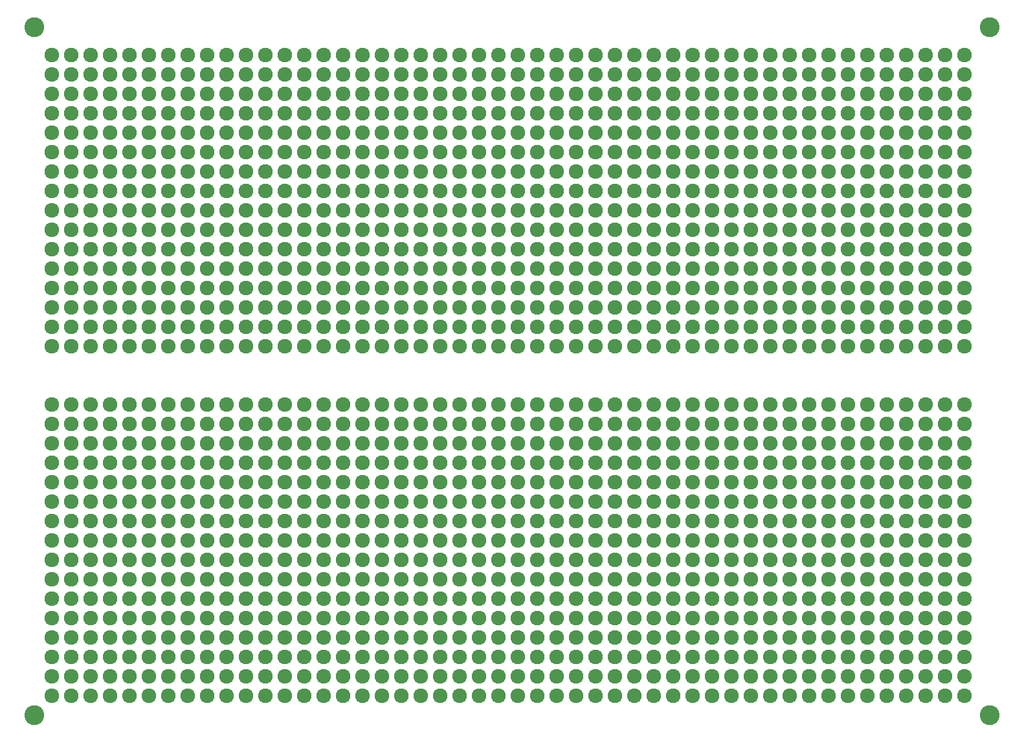
<source format=gbr>
%TF.GenerationSoftware,KiCad,Pcbnew,9.0.1*%
%TF.CreationDate,2025-05-06T23:53:55-04:00*%
%TF.ProjectId,KiCad_Stripboard,4b694361-645f-4537-9472-6970626f6172,rev?*%
%TF.SameCoordinates,Original*%
%TF.FileFunction,Soldermask,Bot*%
%TF.FilePolarity,Negative*%
%FSLAX46Y46*%
G04 Gerber Fmt 4.6, Leading zero omitted, Abs format (unit mm)*
G04 Created by KiCad (PCBNEW 9.0.1) date 2025-05-06 23:53:55*
%MOMM*%
%LPD*%
G01*
G04 APERTURE LIST*
%ADD10C,2.600000*%
%ADD11C,1.924000*%
G04 APERTURE END LIST*
D10*
%TO.C,REF\u002A\u002A*%
X201000000Y-139870000D03*
%TD*%
%TO.C,REF\u002A\u002A*%
X201000000Y-49870000D03*
%TD*%
%TO.C,REF\u002A\u002A*%
X76000000Y-139870000D03*
%TD*%
%TO.C,REF\u002A\u002A*%
X76000000Y-49870000D03*
%TD*%
D11*
X141825000Y-86470000D03*
X88485000Y-134730000D03*
X185005000Y-89010000D03*
X174845000Y-63610000D03*
X129125000Y-53450000D03*
X85945000Y-76310000D03*
X98645000Y-53450000D03*
X96105000Y-109330000D03*
X98645000Y-78850000D03*
X124045000Y-129650000D03*
X91025000Y-91550000D03*
X126585000Y-61070000D03*
X85945000Y-109330000D03*
X98645000Y-137270000D03*
X182465000Y-106790000D03*
X192625000Y-76310000D03*
X179925000Y-104250000D03*
X159605000Y-114410000D03*
X124045000Y-116950000D03*
X96105000Y-119490000D03*
X149445000Y-58530000D03*
X139285000Y-104250000D03*
X136745000Y-104250000D03*
X162145000Y-116950000D03*
X174845000Y-78850000D03*
X162145000Y-99170000D03*
X78325000Y-104250000D03*
X131665000Y-119490000D03*
X80865000Y-114410000D03*
X157065000Y-137270000D03*
X91025000Y-61070000D03*
X85945000Y-114410000D03*
X93565000Y-106790000D03*
X108805000Y-127110000D03*
X190085000Y-81390000D03*
X118965000Y-81390000D03*
X159605000Y-81390000D03*
X83405000Y-116950000D03*
X96105000Y-81390000D03*
X185005000Y-109330000D03*
X131665000Y-63610000D03*
X190085000Y-91550000D03*
X101185000Y-119490000D03*
X85945000Y-116950000D03*
X98645000Y-68690000D03*
X101185000Y-116950000D03*
X85945000Y-129650000D03*
X157065000Y-114410000D03*
X108805000Y-89010000D03*
X167225000Y-76310000D03*
X154525000Y-66150000D03*
X177385000Y-78850000D03*
X182465000Y-137270000D03*
X174845000Y-99170000D03*
X96105000Y-63610000D03*
X197705000Y-71230000D03*
X192625000Y-68690000D03*
X101185000Y-55990000D03*
X98645000Y-83930000D03*
X185005000Y-124570000D03*
X179925000Y-76310000D03*
X103725000Y-104250000D03*
X131665000Y-104250000D03*
X187545000Y-122030000D03*
X113885000Y-116950000D03*
X80865000Y-111870000D03*
X157065000Y-89010000D03*
X144365000Y-73770000D03*
X182465000Y-78850000D03*
X129125000Y-129650000D03*
X111345000Y-55990000D03*
X174845000Y-73770000D03*
X124045000Y-124570000D03*
X78325000Y-58530000D03*
X195165000Y-109330000D03*
X162145000Y-71230000D03*
X98645000Y-122030000D03*
X177385000Y-91550000D03*
X129125000Y-137270000D03*
X88485000Y-137270000D03*
X101185000Y-91550000D03*
X121505000Y-63610000D03*
X93565000Y-109330000D03*
X88485000Y-104250000D03*
X164685000Y-129650000D03*
X96105000Y-58530000D03*
X88485000Y-101710000D03*
X101185000Y-61070000D03*
X106265000Y-91550000D03*
X121505000Y-124570000D03*
X93565000Y-68690000D03*
X139285000Y-61070000D03*
X108805000Y-104250000D03*
X116425000Y-76310000D03*
X197705000Y-58530000D03*
X124045000Y-134730000D03*
X151985000Y-132190000D03*
X154525000Y-106790000D03*
X154525000Y-132190000D03*
X136745000Y-73770000D03*
X126585000Y-127110000D03*
X179925000Y-129650000D03*
X167225000Y-63610000D03*
X190085000Y-63610000D03*
X144365000Y-58530000D03*
X151985000Y-109330000D03*
X118965000Y-134730000D03*
X172305000Y-53450000D03*
X80865000Y-134730000D03*
X91025000Y-116950000D03*
X78325000Y-116950000D03*
X192625000Y-83930000D03*
X167225000Y-53450000D03*
X113885000Y-76310000D03*
X134205000Y-137270000D03*
X88485000Y-129650000D03*
X179925000Y-73770000D03*
X146905000Y-111870000D03*
X157065000Y-104250000D03*
X192625000Y-66150000D03*
X129125000Y-132190000D03*
X149445000Y-81390000D03*
X157065000Y-116950000D03*
X151985000Y-63610000D03*
X197705000Y-86470000D03*
X141825000Y-122030000D03*
X139285000Y-91550000D03*
X141825000Y-109330000D03*
X80865000Y-78850000D03*
X101185000Y-109330000D03*
X154525000Y-91550000D03*
X139285000Y-116950000D03*
X113885000Y-73770000D03*
X139285000Y-109330000D03*
X106265000Y-127110000D03*
X146905000Y-81390000D03*
X154525000Y-134730000D03*
X136745000Y-129650000D03*
X88485000Y-58530000D03*
X80865000Y-101710000D03*
X169765000Y-78850000D03*
X108805000Y-129650000D03*
X179925000Y-116950000D03*
X96105000Y-111870000D03*
X146905000Y-129650000D03*
X146905000Y-134730000D03*
X146905000Y-68690000D03*
X126585000Y-122030000D03*
X144365000Y-111870000D03*
X116425000Y-137270000D03*
X174845000Y-104250000D03*
X144365000Y-83930000D03*
X144365000Y-119490000D03*
X103725000Y-63610000D03*
X195165000Y-132190000D03*
X113885000Y-78850000D03*
X101185000Y-86470000D03*
X162145000Y-134730000D03*
X80865000Y-127110000D03*
X111345000Y-53450000D03*
X85945000Y-66150000D03*
X144365000Y-55990000D03*
X179925000Y-66150000D03*
X167225000Y-101710000D03*
X159605000Y-63610000D03*
X185005000Y-104250000D03*
X157065000Y-66150000D03*
X139285000Y-101710000D03*
X149445000Y-55990000D03*
X162145000Y-127110000D03*
X103725000Y-114410000D03*
X85945000Y-83930000D03*
X134205000Y-129650000D03*
X182465000Y-66150000D03*
X98645000Y-66150000D03*
X131665000Y-83930000D03*
X106265000Y-99170000D03*
X195165000Y-91550000D03*
X177385000Y-76310000D03*
X164685000Y-71230000D03*
X103725000Y-124570000D03*
X144365000Y-137270000D03*
X111345000Y-89010000D03*
X195165000Y-137270000D03*
X185005000Y-127110000D03*
X185005000Y-116950000D03*
X139285000Y-127110000D03*
X187545000Y-104250000D03*
X98645000Y-71230000D03*
X151985000Y-106790000D03*
X159605000Y-89010000D03*
X83405000Y-104250000D03*
X124045000Y-55990000D03*
X167225000Y-109330000D03*
X111345000Y-61070000D03*
X126585000Y-91550000D03*
X116425000Y-73770000D03*
X83405000Y-129650000D03*
X164685000Y-91550000D03*
X126585000Y-129650000D03*
X124045000Y-119490000D03*
X83405000Y-119490000D03*
X195165000Y-66150000D03*
X172305000Y-61070000D03*
X179925000Y-58530000D03*
X101185000Y-106790000D03*
X111345000Y-78850000D03*
X149445000Y-132190000D03*
X190085000Y-111870000D03*
X187545000Y-71230000D03*
X154525000Y-63610000D03*
X159605000Y-76310000D03*
X149445000Y-89010000D03*
X149445000Y-124570000D03*
X174845000Y-71230000D03*
X96105000Y-124570000D03*
X113885000Y-134730000D03*
X103725000Y-109330000D03*
X177385000Y-63610000D03*
X126585000Y-71230000D03*
X78325000Y-81390000D03*
X88485000Y-83930000D03*
X85945000Y-68690000D03*
X187545000Y-53450000D03*
X108805000Y-83930000D03*
X164685000Y-55990000D03*
X108805000Y-137270000D03*
X88485000Y-127110000D03*
X197705000Y-119490000D03*
X118965000Y-66150000D03*
X146905000Y-109330000D03*
X192625000Y-91550000D03*
X91025000Y-78850000D03*
X101185000Y-89010000D03*
X108805000Y-55990000D03*
X149445000Y-106790000D03*
X131665000Y-68690000D03*
X98645000Y-114410000D03*
X141825000Y-99170000D03*
X144365000Y-106790000D03*
X177385000Y-89010000D03*
X157065000Y-53450000D03*
X136745000Y-122030000D03*
X159605000Y-61070000D03*
X195165000Y-89010000D03*
X139285000Y-134730000D03*
X154525000Y-73770000D03*
X179925000Y-137270000D03*
X169765000Y-86470000D03*
X93565000Y-116950000D03*
X121505000Y-91550000D03*
X80865000Y-58530000D03*
X162145000Y-122030000D03*
X134205000Y-73770000D03*
X182465000Y-127110000D03*
X172305000Y-104250000D03*
X192625000Y-78850000D03*
X187545000Y-86470000D03*
X187545000Y-73770000D03*
X164685000Y-73770000D03*
X164685000Y-134730000D03*
X88485000Y-63610000D03*
X174845000Y-134730000D03*
X172305000Y-76310000D03*
X116425000Y-99170000D03*
X106265000Y-119490000D03*
X190085000Y-134730000D03*
X103725000Y-132190000D03*
X126585000Y-101710000D03*
X151985000Y-114410000D03*
X149445000Y-91550000D03*
X157065000Y-132190000D03*
X118965000Y-124570000D03*
X85945000Y-111870000D03*
X93565000Y-134730000D03*
X149445000Y-129650000D03*
X103725000Y-137270000D03*
X159605000Y-86470000D03*
X108805000Y-58530000D03*
X159605000Y-124570000D03*
X169765000Y-68690000D03*
X96105000Y-76310000D03*
X98645000Y-104250000D03*
X190085000Y-101710000D03*
X167225000Y-68690000D03*
X162145000Y-104250000D03*
X118965000Y-116950000D03*
X126585000Y-66150000D03*
X124045000Y-114410000D03*
X167225000Y-61070000D03*
X195165000Y-134730000D03*
X121505000Y-66150000D03*
X131665000Y-99170000D03*
X197705000Y-124570000D03*
X187545000Y-78850000D03*
X174845000Y-61070000D03*
X80865000Y-86470000D03*
X134205000Y-111870000D03*
X164685000Y-61070000D03*
X93565000Y-86470000D03*
X101185000Y-132190000D03*
X111345000Y-124570000D03*
X134205000Y-101710000D03*
X96105000Y-134730000D03*
X187545000Y-119490000D03*
X172305000Y-63610000D03*
X192625000Y-71230000D03*
X144365000Y-104250000D03*
X124045000Y-68690000D03*
X149445000Y-86470000D03*
X83405000Y-63610000D03*
X169765000Y-106790000D03*
X88485000Y-89010000D03*
X101185000Y-73770000D03*
X111345000Y-58530000D03*
X139285000Y-73770000D03*
X167225000Y-91550000D03*
X154525000Y-61070000D03*
X154525000Y-71230000D03*
X172305000Y-106790000D03*
X177385000Y-106790000D03*
X121505000Y-129650000D03*
X169765000Y-58530000D03*
X96105000Y-73770000D03*
X78325000Y-134730000D03*
X134205000Y-127110000D03*
X139285000Y-71230000D03*
X121505000Y-137270000D03*
X185005000Y-68690000D03*
X146905000Y-78850000D03*
X149445000Y-116950000D03*
X118965000Y-68690000D03*
X101185000Y-78850000D03*
X182465000Y-114410000D03*
X157065000Y-127110000D03*
X185005000Y-119490000D03*
X126585000Y-114410000D03*
X146905000Y-73770000D03*
X144365000Y-78850000D03*
X195165000Y-122030000D03*
X116425000Y-134730000D03*
X162145000Y-106790000D03*
X83405000Y-55990000D03*
X96105000Y-66150000D03*
X195165000Y-76310000D03*
X182465000Y-134730000D03*
X174845000Y-109330000D03*
X185005000Y-101710000D03*
X118965000Y-106790000D03*
X131665000Y-55990000D03*
X162145000Y-76310000D03*
X91025000Y-68690000D03*
X187545000Y-63610000D03*
X169765000Y-116950000D03*
X96105000Y-127110000D03*
X164685000Y-109330000D03*
X108805000Y-91550000D03*
X80865000Y-53450000D03*
X187545000Y-132190000D03*
X164685000Y-116950000D03*
X164685000Y-58530000D03*
X182465000Y-55990000D03*
X121505000Y-86470000D03*
X144365000Y-53450000D03*
X190085000Y-66150000D03*
X111345000Y-86470000D03*
X116425000Y-114410000D03*
X131665000Y-122030000D03*
X141825000Y-129650000D03*
X93565000Y-73770000D03*
X111345000Y-109330000D03*
X139285000Y-81390000D03*
X139285000Y-68690000D03*
X111345000Y-68690000D03*
X185005000Y-122030000D03*
X169765000Y-127110000D03*
X185005000Y-76310000D03*
X162145000Y-63610000D03*
X167225000Y-111870000D03*
X118965000Y-129650000D03*
X103725000Y-76310000D03*
X182465000Y-61070000D03*
X154525000Y-104250000D03*
X136745000Y-76310000D03*
X187545000Y-114410000D03*
X174845000Y-101710000D03*
X118965000Y-99170000D03*
X164685000Y-76310000D03*
X162145000Y-101710000D03*
X157065000Y-63610000D03*
X91025000Y-104250000D03*
X197705000Y-114410000D03*
X101185000Y-99170000D03*
X80865000Y-137270000D03*
X103725000Y-91550000D03*
X139285000Y-99170000D03*
X91025000Y-137270000D03*
X111345000Y-99170000D03*
X124045000Y-71230000D03*
X80865000Y-109330000D03*
X80865000Y-116950000D03*
X164685000Y-83930000D03*
X192625000Y-116950000D03*
X124045000Y-81390000D03*
X195165000Y-116950000D03*
X124045000Y-58530000D03*
X103725000Y-101710000D03*
X91025000Y-119490000D03*
X164685000Y-68690000D03*
X169765000Y-134730000D03*
X159605000Y-111870000D03*
X83405000Y-122030000D03*
X144365000Y-132190000D03*
X182465000Y-86470000D03*
X144365000Y-91550000D03*
X113885000Y-109330000D03*
X103725000Y-58530000D03*
X101185000Y-104250000D03*
X159605000Y-106790000D03*
X139285000Y-119490000D03*
X124045000Y-78850000D03*
X151985000Y-134730000D03*
X169765000Y-89010000D03*
X136745000Y-111870000D03*
X116425000Y-55990000D03*
X129125000Y-63610000D03*
X126585000Y-68690000D03*
X101185000Y-129650000D03*
X179925000Y-81390000D03*
X106265000Y-61070000D03*
X164685000Y-78850000D03*
X157065000Y-58530000D03*
X83405000Y-89010000D03*
X169765000Y-71230000D03*
X96105000Y-83930000D03*
X78325000Y-78850000D03*
X116425000Y-78850000D03*
X106265000Y-111870000D03*
X129125000Y-83930000D03*
X121505000Y-119490000D03*
X149445000Y-109330000D03*
X182465000Y-89010000D03*
X141825000Y-134730000D03*
X91025000Y-99170000D03*
X157065000Y-124570000D03*
X131665000Y-134730000D03*
X96105000Y-137270000D03*
X195165000Y-114410000D03*
X162145000Y-68690000D03*
X118965000Y-111870000D03*
X172305000Y-129650000D03*
X172305000Y-119490000D03*
X129125000Y-124570000D03*
X85945000Y-124570000D03*
X187545000Y-99170000D03*
X111345000Y-81390000D03*
X78325000Y-137270000D03*
X141825000Y-137270000D03*
X85945000Y-53450000D03*
X88485000Y-111870000D03*
X126585000Y-78850000D03*
X174845000Y-81390000D03*
X167225000Y-58530000D03*
X80865000Y-81390000D03*
X172305000Y-55990000D03*
X113885000Y-132190000D03*
X83405000Y-114410000D03*
X116425000Y-89010000D03*
X169765000Y-137270000D03*
X164685000Y-132190000D03*
X159605000Y-132190000D03*
X187545000Y-129650000D03*
X121505000Y-132190000D03*
X118965000Y-73770000D03*
X157065000Y-83930000D03*
X78325000Y-53450000D03*
X179925000Y-86470000D03*
X177385000Y-53450000D03*
X146905000Y-99170000D03*
X126585000Y-58530000D03*
X159605000Y-104250000D03*
X134205000Y-89010000D03*
X167225000Y-83930000D03*
X159605000Y-91550000D03*
X195165000Y-104250000D03*
X190085000Y-122030000D03*
X149445000Y-63610000D03*
X190085000Y-114410000D03*
X185005000Y-73770000D03*
X174845000Y-132190000D03*
X157065000Y-106790000D03*
X108805000Y-71230000D03*
X93565000Y-53450000D03*
X101185000Y-101710000D03*
X93565000Y-129650000D03*
X78325000Y-76310000D03*
X151985000Y-66150000D03*
X126585000Y-99170000D03*
X93565000Y-127110000D03*
X197705000Y-78850000D03*
X126585000Y-104250000D03*
X96105000Y-106790000D03*
X187545000Y-127110000D03*
X93565000Y-71230000D03*
X187545000Y-101710000D03*
X179925000Y-53450000D03*
X159605000Y-68690000D03*
X118965000Y-122030000D03*
X101185000Y-58530000D03*
X179925000Y-124570000D03*
X169765000Y-55990000D03*
X146905000Y-124570000D03*
X169765000Y-61070000D03*
X141825000Y-83930000D03*
X78325000Y-73770000D03*
X101185000Y-127110000D03*
X185005000Y-58530000D03*
X151985000Y-68690000D03*
X162145000Y-119490000D03*
X91025000Y-129650000D03*
X126585000Y-89010000D03*
X118965000Y-71230000D03*
X88485000Y-106790000D03*
X177385000Y-132190000D03*
X172305000Y-134730000D03*
X177385000Y-122030000D03*
X93565000Y-55990000D03*
X139285000Y-122030000D03*
X111345000Y-129650000D03*
X91025000Y-89010000D03*
X134205000Y-86470000D03*
X98645000Y-99170000D03*
X85945000Y-63610000D03*
X195165000Y-61070000D03*
X149445000Y-127110000D03*
X149445000Y-114410000D03*
X116425000Y-63610000D03*
X149445000Y-134730000D03*
X101185000Y-137270000D03*
X131665000Y-124570000D03*
X167225000Y-55990000D03*
X190085000Y-129650000D03*
X106265000Y-124570000D03*
X174845000Y-53450000D03*
X126585000Y-106790000D03*
X96105000Y-78850000D03*
X121505000Y-106790000D03*
X157065000Y-71230000D03*
X167225000Y-127110000D03*
X106265000Y-137270000D03*
X172305000Y-101710000D03*
X197705000Y-76310000D03*
X101185000Y-66150000D03*
X80865000Y-119490000D03*
X159605000Y-101710000D03*
X141825000Y-101710000D03*
X121505000Y-101710000D03*
X113885000Y-114410000D03*
X131665000Y-71230000D03*
X144365000Y-122030000D03*
X164685000Y-106790000D03*
X179925000Y-78850000D03*
X141825000Y-104250000D03*
X151985000Y-89010000D03*
X172305000Y-83930000D03*
X195165000Y-63610000D03*
X192625000Y-137270000D03*
X164685000Y-63610000D03*
X149445000Y-83930000D03*
X78325000Y-66150000D03*
X80865000Y-63610000D03*
X172305000Y-78850000D03*
X151985000Y-127110000D03*
X80865000Y-122030000D03*
X169765000Y-66150000D03*
X192625000Y-124570000D03*
X177385000Y-111870000D03*
X85945000Y-55990000D03*
X146905000Y-104250000D03*
X190085000Y-73770000D03*
X182465000Y-119490000D03*
X185005000Y-81390000D03*
X129125000Y-58530000D03*
X113885000Y-119490000D03*
X78325000Y-124570000D03*
X124045000Y-106790000D03*
X154525000Y-55990000D03*
X192625000Y-81390000D03*
X157065000Y-119490000D03*
X179925000Y-119490000D03*
X136745000Y-134730000D03*
X167225000Y-86470000D03*
X91025000Y-106790000D03*
X164685000Y-89010000D03*
X88485000Y-68690000D03*
X118965000Y-86470000D03*
X141825000Y-55990000D03*
X83405000Y-111870000D03*
X144365000Y-89010000D03*
X185005000Y-55990000D03*
X149445000Y-104250000D03*
X164685000Y-104250000D03*
X151985000Y-137270000D03*
X131665000Y-101710000D03*
X177385000Y-83930000D03*
X197705000Y-129650000D03*
X141825000Y-58530000D03*
X141825000Y-127110000D03*
X108805000Y-109330000D03*
X80865000Y-89010000D03*
X136745000Y-63610000D03*
X91025000Y-132190000D03*
X134205000Y-99170000D03*
X103725000Y-116950000D03*
X174845000Y-116950000D03*
X177385000Y-104250000D03*
X139285000Y-76310000D03*
X167225000Y-124570000D03*
X179925000Y-89010000D03*
X98645000Y-129650000D03*
X124045000Y-61070000D03*
X182465000Y-104250000D03*
X144365000Y-134730000D03*
X182465000Y-63610000D03*
X167225000Y-114410000D03*
X174845000Y-111870000D03*
X197705000Y-134730000D03*
X124045000Y-101710000D03*
X129125000Y-89010000D03*
X157065000Y-91550000D03*
X111345000Y-134730000D03*
X98645000Y-86470000D03*
X103725000Y-71230000D03*
X101185000Y-122030000D03*
X139285000Y-124570000D03*
X172305000Y-132190000D03*
X179925000Y-122030000D03*
X113885000Y-106790000D03*
X197705000Y-104250000D03*
X167225000Y-78850000D03*
X108805000Y-86470000D03*
X162145000Y-61070000D03*
X85945000Y-89010000D03*
X159605000Y-134730000D03*
X83405000Y-91550000D03*
X177385000Y-134730000D03*
X113885000Y-137270000D03*
X134205000Y-55990000D03*
X93565000Y-83930000D03*
X151985000Y-104250000D03*
X129125000Y-101710000D03*
X164685000Y-66150000D03*
X182465000Y-81390000D03*
X136745000Y-99170000D03*
X182465000Y-53450000D03*
X80865000Y-132190000D03*
X192625000Y-58530000D03*
X190085000Y-99170000D03*
X134205000Y-122030000D03*
X126585000Y-81390000D03*
X108805000Y-63610000D03*
X154525000Y-89010000D03*
X91025000Y-73770000D03*
X187545000Y-109330000D03*
X172305000Y-89010000D03*
X113885000Y-127110000D03*
X121505000Y-76310000D03*
X144365000Y-68690000D03*
X169765000Y-111870000D03*
X118965000Y-78850000D03*
X88485000Y-99170000D03*
X121505000Y-78850000D03*
X131665000Y-73770000D03*
X103725000Y-127110000D03*
X103725000Y-55990000D03*
X131665000Y-132190000D03*
X101185000Y-124570000D03*
X88485000Y-124570000D03*
X162145000Y-129650000D03*
X134205000Y-61070000D03*
X192625000Y-129650000D03*
X172305000Y-116950000D03*
X136745000Y-78850000D03*
X157065000Y-55990000D03*
X185005000Y-86470000D03*
X197705000Y-73770000D03*
X162145000Y-81390000D03*
X88485000Y-53450000D03*
X141825000Y-78850000D03*
X134205000Y-63610000D03*
X106265000Y-106790000D03*
X116425000Y-124570000D03*
X151985000Y-99170000D03*
X98645000Y-124570000D03*
X116425000Y-122030000D03*
X103725000Y-73770000D03*
X144365000Y-71230000D03*
X182465000Y-83930000D03*
X162145000Y-53450000D03*
X126585000Y-83930000D03*
X139285000Y-137270000D03*
X195165000Y-86470000D03*
X116425000Y-53450000D03*
X146905000Y-122030000D03*
X126585000Y-116950000D03*
X174845000Y-89010000D03*
X91025000Y-124570000D03*
X121505000Y-99170000D03*
X134205000Y-71230000D03*
X141825000Y-76310000D03*
X124045000Y-86470000D03*
X167225000Y-81390000D03*
X106265000Y-68690000D03*
X172305000Y-73770000D03*
X78325000Y-86470000D03*
X85945000Y-58530000D03*
X83405000Y-58530000D03*
X91025000Y-76310000D03*
X192625000Y-73770000D03*
X98645000Y-76310000D03*
X190085000Y-78850000D03*
X106265000Y-71230000D03*
X98645000Y-73770000D03*
X182465000Y-91550000D03*
X78325000Y-127110000D03*
X136745000Y-101710000D03*
X113885000Y-66150000D03*
X139285000Y-106790000D03*
X124045000Y-99170000D03*
X190085000Y-89010000D03*
X88485000Y-116950000D03*
X106265000Y-53450000D03*
X78325000Y-129650000D03*
X151985000Y-81390000D03*
X129125000Y-81390000D03*
X146905000Y-63610000D03*
X149445000Y-71230000D03*
X78325000Y-99170000D03*
X139285000Y-129650000D03*
X169765000Y-119490000D03*
X124045000Y-109330000D03*
X172305000Y-91550000D03*
X192625000Y-132190000D03*
X116425000Y-127110000D03*
X129125000Y-73770000D03*
X116425000Y-71230000D03*
X136745000Y-66150000D03*
X144365000Y-99170000D03*
X141825000Y-91550000D03*
X136745000Y-106790000D03*
X124045000Y-127110000D03*
X151985000Y-55990000D03*
X118965000Y-91550000D03*
X197705000Y-116950000D03*
X106265000Y-55990000D03*
X108805000Y-61070000D03*
X151985000Y-122030000D03*
X80865000Y-71230000D03*
X190085000Y-71230000D03*
X177385000Y-73770000D03*
X197705000Y-99170000D03*
X197705000Y-132190000D03*
X177385000Y-116950000D03*
X129125000Y-55990000D03*
X146905000Y-55990000D03*
X80865000Y-99170000D03*
X167225000Y-104250000D03*
X106265000Y-58530000D03*
X179925000Y-63610000D03*
X116425000Y-116950000D03*
X154525000Y-127110000D03*
X192625000Y-111870000D03*
X126585000Y-134730000D03*
X146905000Y-53450000D03*
X144365000Y-109330000D03*
X167225000Y-73770000D03*
X88485000Y-76310000D03*
X83405000Y-86470000D03*
X103725000Y-89010000D03*
X136745000Y-89010000D03*
X93565000Y-114410000D03*
X162145000Y-114410000D03*
X154525000Y-129650000D03*
X131665000Y-111870000D03*
X190085000Y-127110000D03*
X106265000Y-122030000D03*
X174845000Y-124570000D03*
X103725000Y-119490000D03*
X131665000Y-91550000D03*
X134205000Y-81390000D03*
X118965000Y-101710000D03*
X185005000Y-83930000D03*
X85945000Y-71230000D03*
X78325000Y-122030000D03*
X185005000Y-106790000D03*
X179925000Y-132190000D03*
X159605000Y-137270000D03*
X129125000Y-61070000D03*
X169765000Y-73770000D03*
X136745000Y-109330000D03*
X106265000Y-73770000D03*
X98645000Y-63610000D03*
X141825000Y-132190000D03*
X174845000Y-66150000D03*
X195165000Y-127110000D03*
X83405000Y-83930000D03*
X103725000Y-122030000D03*
X151985000Y-86470000D03*
X154525000Y-53450000D03*
X190085000Y-106790000D03*
X146905000Y-76310000D03*
X167225000Y-134730000D03*
X157065000Y-101710000D03*
X136745000Y-137270000D03*
X187545000Y-137270000D03*
X134205000Y-106790000D03*
X177385000Y-99170000D03*
X172305000Y-86470000D03*
X131665000Y-61070000D03*
X159605000Y-66150000D03*
X136745000Y-71230000D03*
X136745000Y-58530000D03*
X116425000Y-81390000D03*
X116425000Y-91550000D03*
X182465000Y-132190000D03*
X159605000Y-109330000D03*
X177385000Y-127110000D03*
X113885000Y-81390000D03*
X98645000Y-134730000D03*
X146905000Y-61070000D03*
X157065000Y-122030000D03*
X113885000Y-129650000D03*
X93565000Y-104250000D03*
X174845000Y-106790000D03*
X91025000Y-114410000D03*
X83405000Y-124570000D03*
X151985000Y-76310000D03*
X185005000Y-78850000D03*
X169765000Y-76310000D03*
X116425000Y-129650000D03*
X185005000Y-66150000D03*
X108805000Y-68690000D03*
X113885000Y-124570000D03*
X78325000Y-61070000D03*
X154525000Y-116950000D03*
X139285000Y-132190000D03*
X106265000Y-134730000D03*
X96105000Y-89010000D03*
X154525000Y-101710000D03*
X197705000Y-61070000D03*
X187545000Y-134730000D03*
X185005000Y-134730000D03*
X144365000Y-127110000D03*
X192625000Y-134730000D03*
X179925000Y-114410000D03*
X96105000Y-55990000D03*
X131665000Y-129650000D03*
X108805000Y-124570000D03*
X91025000Y-53450000D03*
X141825000Y-53450000D03*
X124045000Y-111870000D03*
X121505000Y-127110000D03*
X131665000Y-86470000D03*
X134205000Y-109330000D03*
X154525000Y-122030000D03*
X106265000Y-101710000D03*
X96105000Y-68690000D03*
X108805000Y-73770000D03*
X179925000Y-99170000D03*
X85945000Y-127110000D03*
X113885000Y-68690000D03*
X146905000Y-91550000D03*
X83405000Y-78850000D03*
X169765000Y-83930000D03*
X116425000Y-86470000D03*
X177385000Y-61070000D03*
X197705000Y-89010000D03*
X185005000Y-129650000D03*
X197705000Y-101710000D03*
X185005000Y-137270000D03*
X121505000Y-116950000D03*
X195165000Y-99170000D03*
X118965000Y-83930000D03*
X116425000Y-61070000D03*
X131665000Y-106790000D03*
X192625000Y-106790000D03*
X93565000Y-124570000D03*
X129125000Y-116950000D03*
X149445000Y-122030000D03*
X96105000Y-114410000D03*
X190085000Y-116950000D03*
X149445000Y-101710000D03*
X149445000Y-68690000D03*
X129125000Y-78850000D03*
X103725000Y-61070000D03*
X88485000Y-132190000D03*
X116425000Y-101710000D03*
X197705000Y-68690000D03*
X118965000Y-76310000D03*
X78325000Y-71230000D03*
X121505000Y-109330000D03*
X159605000Y-83930000D03*
X157065000Y-81390000D03*
X187545000Y-58530000D03*
X116425000Y-68690000D03*
X192625000Y-55990000D03*
X126585000Y-86470000D03*
X174845000Y-55990000D03*
X185005000Y-111870000D03*
X106265000Y-63610000D03*
X136745000Y-119490000D03*
X144365000Y-81390000D03*
X98645000Y-101710000D03*
X179925000Y-61070000D03*
X88485000Y-66150000D03*
X141825000Y-68690000D03*
X93565000Y-122030000D03*
X111345000Y-114410000D03*
X136745000Y-91550000D03*
X116425000Y-109330000D03*
X124045000Y-76310000D03*
X101185000Y-134730000D03*
X187545000Y-68690000D03*
X121505000Y-58530000D03*
X151985000Y-61070000D03*
X151985000Y-73770000D03*
X141825000Y-66150000D03*
X85945000Y-104250000D03*
X126585000Y-124570000D03*
X126585000Y-76310000D03*
X96105000Y-116950000D03*
X131665000Y-127110000D03*
X182465000Y-101710000D03*
X83405000Y-134730000D03*
X98645000Y-61070000D03*
X169765000Y-53450000D03*
X88485000Y-78850000D03*
X192625000Y-101710000D03*
X80865000Y-91550000D03*
X134205000Y-53450000D03*
X98645000Y-109330000D03*
X108805000Y-106790000D03*
X144365000Y-76310000D03*
X187545000Y-111870000D03*
X131665000Y-53450000D03*
X124045000Y-63610000D03*
X106265000Y-76310000D03*
X162145000Y-132190000D03*
X113885000Y-89010000D03*
X190085000Y-83930000D03*
X78325000Y-83930000D03*
X96105000Y-129650000D03*
X174845000Y-86470000D03*
X151985000Y-129650000D03*
X85945000Y-91550000D03*
X91025000Y-111870000D03*
X93565000Y-61070000D03*
X159605000Y-129650000D03*
X179925000Y-109330000D03*
X179925000Y-83930000D03*
X83405000Y-81390000D03*
X195165000Y-111870000D03*
X78325000Y-101710000D03*
X101185000Y-53450000D03*
X106265000Y-132190000D03*
X157065000Y-86470000D03*
X139285000Y-66150000D03*
X197705000Y-122030000D03*
X185005000Y-114410000D03*
X134205000Y-58530000D03*
X118965000Y-89010000D03*
X78325000Y-109330000D03*
X111345000Y-76310000D03*
X182465000Y-129650000D03*
X162145000Y-124570000D03*
X96105000Y-53450000D03*
X169765000Y-109330000D03*
X151985000Y-111870000D03*
X182465000Y-68690000D03*
X185005000Y-91550000D03*
X80865000Y-66150000D03*
X118965000Y-119490000D03*
X134205000Y-66150000D03*
X96105000Y-86470000D03*
X141825000Y-81390000D03*
X118965000Y-53450000D03*
X134205000Y-104250000D03*
X197705000Y-91550000D03*
X93565000Y-99170000D03*
X121505000Y-71230000D03*
X124045000Y-89010000D03*
X190085000Y-76310000D03*
X101185000Y-111870000D03*
X197705000Y-137270000D03*
X78325000Y-63610000D03*
X167225000Y-132190000D03*
X192625000Y-99170000D03*
X106265000Y-89010000D03*
X124045000Y-137270000D03*
X174845000Y-119490000D03*
X164685000Y-86470000D03*
X85945000Y-61070000D03*
X121505000Y-104250000D03*
X141825000Y-124570000D03*
X141825000Y-89010000D03*
X134205000Y-91550000D03*
X139285000Y-89010000D03*
X197705000Y-66150000D03*
X111345000Y-73770000D03*
X93565000Y-132190000D03*
X103725000Y-68690000D03*
X151985000Y-91550000D03*
X108805000Y-119490000D03*
X103725000Y-83930000D03*
X195165000Y-119490000D03*
X101185000Y-63610000D03*
X126585000Y-53450000D03*
X85945000Y-81390000D03*
X192625000Y-122030000D03*
X149445000Y-78850000D03*
X162145000Y-73770000D03*
X101185000Y-68690000D03*
X83405000Y-68690000D03*
X80865000Y-129650000D03*
X78325000Y-55990000D03*
X78325000Y-119490000D03*
X111345000Y-71230000D03*
X131665000Y-66150000D03*
X146905000Y-89010000D03*
X162145000Y-78850000D03*
X121505000Y-134730000D03*
X113885000Y-58530000D03*
X169765000Y-63610000D03*
X129125000Y-114410000D03*
X108805000Y-111870000D03*
X149445000Y-66150000D03*
X187545000Y-116950000D03*
X118965000Y-132190000D03*
X146905000Y-132190000D03*
X113885000Y-53450000D03*
X169765000Y-101710000D03*
X151985000Y-116950000D03*
X190085000Y-86470000D03*
X182465000Y-73770000D03*
X129125000Y-106790000D03*
X195165000Y-53450000D03*
X118965000Y-55990000D03*
X149445000Y-111870000D03*
X179925000Y-68690000D03*
X103725000Y-78850000D03*
X172305000Y-127110000D03*
X164685000Y-137270000D03*
X190085000Y-55990000D03*
X118965000Y-104250000D03*
X129125000Y-111870000D03*
X174845000Y-122030000D03*
X121505000Y-68690000D03*
X192625000Y-89010000D03*
X78325000Y-111870000D03*
X146905000Y-58530000D03*
X162145000Y-109330000D03*
X131665000Y-137270000D03*
X111345000Y-116950000D03*
X167225000Y-122030000D03*
X91025000Y-127110000D03*
X192625000Y-127110000D03*
X164685000Y-111870000D03*
X172305000Y-124570000D03*
X139285000Y-114410000D03*
X113885000Y-104250000D03*
X83405000Y-132190000D03*
X190085000Y-119490000D03*
X83405000Y-73770000D03*
X151985000Y-101710000D03*
X121505000Y-122030000D03*
X129125000Y-134730000D03*
X136745000Y-53450000D03*
X157065000Y-111870000D03*
X149445000Y-99170000D03*
X85945000Y-73770000D03*
X154525000Y-81390000D03*
X136745000Y-61070000D03*
X101185000Y-83930000D03*
X136745000Y-55990000D03*
X146905000Y-116950000D03*
X134205000Y-68690000D03*
X126585000Y-111870000D03*
X187545000Y-91550000D03*
X177385000Y-58530000D03*
X190085000Y-109330000D03*
X91025000Y-122030000D03*
X111345000Y-127110000D03*
X83405000Y-137270000D03*
X182465000Y-58530000D03*
X96105000Y-91550000D03*
X146905000Y-83930000D03*
X174845000Y-83930000D03*
X179925000Y-111870000D03*
X93565000Y-81390000D03*
X157065000Y-68690000D03*
X162145000Y-91550000D03*
X190085000Y-124570000D03*
X167225000Y-119490000D03*
X98645000Y-132190000D03*
X106265000Y-83930000D03*
X162145000Y-89010000D03*
X192625000Y-119490000D03*
X121505000Y-89010000D03*
X159605000Y-78850000D03*
X179925000Y-71230000D03*
X80865000Y-68690000D03*
X111345000Y-106790000D03*
X141825000Y-111870000D03*
X195165000Y-73770000D03*
X195165000Y-55990000D03*
X174845000Y-114410000D03*
X177385000Y-66150000D03*
X124045000Y-73770000D03*
X131665000Y-109330000D03*
X108805000Y-114410000D03*
X157065000Y-129650000D03*
X111345000Y-122030000D03*
X111345000Y-132190000D03*
X113885000Y-101710000D03*
X195165000Y-106790000D03*
X103725000Y-134730000D03*
X111345000Y-101710000D03*
X172305000Y-71230000D03*
X108805000Y-134730000D03*
X179925000Y-101710000D03*
X141825000Y-61070000D03*
X103725000Y-53450000D03*
X121505000Y-73770000D03*
X98645000Y-89010000D03*
X154525000Y-137270000D03*
X78325000Y-68690000D03*
X93565000Y-89010000D03*
X106265000Y-114410000D03*
X190085000Y-104250000D03*
X80865000Y-83930000D03*
X85945000Y-122030000D03*
X108805000Y-116950000D03*
X197705000Y-106790000D03*
X121505000Y-53450000D03*
X139285000Y-86470000D03*
X197705000Y-81390000D03*
X192625000Y-104250000D03*
X131665000Y-76310000D03*
X177385000Y-55990000D03*
X177385000Y-109330000D03*
X172305000Y-114410000D03*
X101185000Y-71230000D03*
X124045000Y-132190000D03*
X187545000Y-89010000D03*
X172305000Y-109330000D03*
X182465000Y-124570000D03*
X144365000Y-63610000D03*
X136745000Y-127110000D03*
X113885000Y-122030000D03*
X197705000Y-53450000D03*
X111345000Y-119490000D03*
X144365000Y-86470000D03*
X164685000Y-114410000D03*
X93565000Y-91550000D03*
X126585000Y-109330000D03*
X167225000Y-89010000D03*
X172305000Y-66150000D03*
X88485000Y-81390000D03*
X129125000Y-71230000D03*
X151985000Y-58530000D03*
X131665000Y-81390000D03*
X118965000Y-58530000D03*
X88485000Y-109330000D03*
X154525000Y-83930000D03*
X187545000Y-61070000D03*
X108805000Y-66150000D03*
X195165000Y-129650000D03*
X106265000Y-86470000D03*
X159605000Y-99170000D03*
X177385000Y-124570000D03*
X162145000Y-58530000D03*
X151985000Y-119490000D03*
X174845000Y-127110000D03*
X93565000Y-119490000D03*
X139285000Y-83930000D03*
X116425000Y-83930000D03*
X98645000Y-111870000D03*
X88485000Y-73770000D03*
X85945000Y-106790000D03*
X190085000Y-53450000D03*
X80865000Y-106790000D03*
X151985000Y-78850000D03*
X106265000Y-66150000D03*
X187545000Y-83930000D03*
X139285000Y-58530000D03*
X129125000Y-68690000D03*
X136745000Y-132190000D03*
X182465000Y-109330000D03*
X157065000Y-76310000D03*
X192625000Y-63610000D03*
X182465000Y-99170000D03*
X124045000Y-91550000D03*
X146905000Y-101710000D03*
X124045000Y-53450000D03*
X141825000Y-73770000D03*
X111345000Y-137270000D03*
X85945000Y-132190000D03*
X151985000Y-83930000D03*
X185005000Y-99170000D03*
X157065000Y-73770000D03*
X80865000Y-76310000D03*
X96105000Y-104250000D03*
X195165000Y-58530000D03*
X154525000Y-124570000D03*
X144365000Y-61070000D03*
X195165000Y-78850000D03*
X93565000Y-66150000D03*
X85945000Y-119490000D03*
X167225000Y-71230000D03*
X129125000Y-99170000D03*
X85945000Y-137270000D03*
X197705000Y-127110000D03*
X101185000Y-81390000D03*
X164685000Y-127110000D03*
X146905000Y-86470000D03*
X159605000Y-119490000D03*
X136745000Y-116950000D03*
X129125000Y-91550000D03*
X116425000Y-111870000D03*
X195165000Y-68690000D03*
X103725000Y-99170000D03*
X85945000Y-86470000D03*
X146905000Y-127110000D03*
X141825000Y-116950000D03*
X169765000Y-122030000D03*
X136745000Y-83930000D03*
X141825000Y-71230000D03*
X167225000Y-106790000D03*
X141825000Y-114410000D03*
X91025000Y-58530000D03*
X108805000Y-132190000D03*
X174845000Y-137270000D03*
X85945000Y-99170000D03*
X113885000Y-111870000D03*
X172305000Y-137270000D03*
X177385000Y-71230000D03*
X106265000Y-78850000D03*
X83405000Y-106790000D03*
X113885000Y-86470000D03*
X146905000Y-119490000D03*
X149445000Y-137270000D03*
X141825000Y-119490000D03*
X154525000Y-119490000D03*
X172305000Y-99170000D03*
X187545000Y-66150000D03*
X83405000Y-53450000D03*
X174845000Y-76310000D03*
X187545000Y-55990000D03*
X85945000Y-101710000D03*
X126585000Y-137270000D03*
X124045000Y-104250000D03*
X195165000Y-71230000D03*
X121505000Y-81390000D03*
X157065000Y-78850000D03*
X185005000Y-132190000D03*
X78325000Y-106790000D03*
X169765000Y-81390000D03*
X185005000Y-71230000D03*
X88485000Y-71230000D03*
X85945000Y-78850000D03*
X118965000Y-114410000D03*
X159605000Y-116950000D03*
X88485000Y-61070000D03*
X111345000Y-63610000D03*
X129125000Y-66150000D03*
X174845000Y-91550000D03*
X103725000Y-111870000D03*
X111345000Y-104250000D03*
X134205000Y-116950000D03*
X177385000Y-129650000D03*
X108805000Y-76310000D03*
X91025000Y-101710000D03*
X131665000Y-114410000D03*
X139285000Y-78850000D03*
X116425000Y-66150000D03*
X96105000Y-71230000D03*
X88485000Y-55990000D03*
X154525000Y-99170000D03*
X187545000Y-76310000D03*
X190085000Y-58530000D03*
X91025000Y-71230000D03*
X131665000Y-78850000D03*
X106265000Y-109330000D03*
X98645000Y-91550000D03*
X159605000Y-58530000D03*
X126585000Y-132190000D03*
X129125000Y-119490000D03*
X91025000Y-134730000D03*
X121505000Y-55990000D03*
X98645000Y-119490000D03*
X93565000Y-137270000D03*
X149445000Y-119490000D03*
X134205000Y-132190000D03*
X157065000Y-61070000D03*
X146905000Y-114410000D03*
X159605000Y-73770000D03*
X177385000Y-68690000D03*
X116425000Y-119490000D03*
X169765000Y-124570000D03*
X169765000Y-104250000D03*
X91025000Y-63610000D03*
X182465000Y-111870000D03*
X88485000Y-114410000D03*
X144365000Y-101710000D03*
X83405000Y-76310000D03*
X197705000Y-55990000D03*
X177385000Y-101710000D03*
X91025000Y-66150000D03*
X162145000Y-137270000D03*
X157065000Y-134730000D03*
X134205000Y-134730000D03*
X88485000Y-122030000D03*
X167225000Y-66150000D03*
X134205000Y-119490000D03*
X91025000Y-83930000D03*
X187545000Y-81390000D03*
X98645000Y-116950000D03*
X134205000Y-83930000D03*
X154525000Y-68690000D03*
X139285000Y-111870000D03*
X108805000Y-99170000D03*
X172305000Y-58530000D03*
X131665000Y-58530000D03*
X192625000Y-61070000D03*
X118965000Y-63610000D03*
X118965000Y-61070000D03*
X98645000Y-55990000D03*
X149445000Y-53450000D03*
X197705000Y-63610000D03*
X139285000Y-63610000D03*
X129125000Y-76310000D03*
X174845000Y-68690000D03*
X80865000Y-55990000D03*
X144365000Y-66150000D03*
X91025000Y-86470000D03*
X192625000Y-53450000D03*
X139285000Y-53450000D03*
X129125000Y-86470000D03*
X177385000Y-137270000D03*
X113885000Y-61070000D03*
X177385000Y-86470000D03*
X154525000Y-86470000D03*
X118965000Y-127110000D03*
X164685000Y-99170000D03*
X167225000Y-137270000D03*
X144365000Y-114410000D03*
X80865000Y-61070000D03*
X93565000Y-101710000D03*
X136745000Y-81390000D03*
X195165000Y-83930000D03*
X164685000Y-101710000D03*
X113885000Y-63610000D03*
X136745000Y-114410000D03*
X108805000Y-122030000D03*
X179925000Y-106790000D03*
X149445000Y-61070000D03*
X118965000Y-109330000D03*
X167225000Y-129650000D03*
X136745000Y-86470000D03*
X136745000Y-68690000D03*
X146905000Y-137270000D03*
X154525000Y-76310000D03*
X83405000Y-101710000D03*
X106265000Y-81390000D03*
X108805000Y-81390000D03*
X121505000Y-83930000D03*
X83405000Y-71230000D03*
X154525000Y-58530000D03*
X172305000Y-81390000D03*
X162145000Y-86470000D03*
X192625000Y-109330000D03*
X162145000Y-83930000D03*
X129125000Y-127110000D03*
X93565000Y-58530000D03*
X172305000Y-122030000D03*
X185005000Y-63610000D03*
X190085000Y-61070000D03*
X116425000Y-104250000D03*
X167225000Y-116950000D03*
X98645000Y-106790000D03*
X118965000Y-137270000D03*
X162145000Y-55990000D03*
X116425000Y-106790000D03*
X103725000Y-66150000D03*
X164685000Y-124570000D03*
X124045000Y-122030000D03*
X192625000Y-86470000D03*
X103725000Y-81390000D03*
X83405000Y-127110000D03*
X134205000Y-76310000D03*
X88485000Y-91550000D03*
X103725000Y-106790000D03*
X177385000Y-114410000D03*
X83405000Y-109330000D03*
X96105000Y-132190000D03*
X98645000Y-58530000D03*
X151985000Y-124570000D03*
X190085000Y-137270000D03*
X182465000Y-71230000D03*
X177385000Y-119490000D03*
X182465000Y-122030000D03*
X159605000Y-122030000D03*
X157065000Y-109330000D03*
X162145000Y-111870000D03*
X131665000Y-89010000D03*
X80865000Y-124570000D03*
X93565000Y-78850000D03*
X121505000Y-111870000D03*
X96105000Y-122030000D03*
X83405000Y-66150000D03*
X164685000Y-81390000D03*
X195165000Y-101710000D03*
X93565000Y-76310000D03*
X85945000Y-134730000D03*
X146905000Y-71230000D03*
X126585000Y-119490000D03*
X116425000Y-58530000D03*
X187545000Y-106790000D03*
X159605000Y-127110000D03*
X96105000Y-101710000D03*
X126585000Y-55990000D03*
X103725000Y-86470000D03*
X78325000Y-89010000D03*
X144365000Y-116950000D03*
X124045000Y-66150000D03*
X174845000Y-58530000D03*
X88485000Y-86470000D03*
X154525000Y-109330000D03*
X172305000Y-68690000D03*
X83405000Y-99170000D03*
X141825000Y-63610000D03*
X136745000Y-124570000D03*
X101185000Y-76310000D03*
X157065000Y-99170000D03*
X159605000Y-55990000D03*
X108805000Y-53450000D03*
X124045000Y-83930000D03*
X108805000Y-101710000D03*
X111345000Y-111870000D03*
X121505000Y-114410000D03*
X146905000Y-106790000D03*
X139285000Y-55990000D03*
X185005000Y-61070000D03*
X154525000Y-78850000D03*
X195165000Y-81390000D03*
X169765000Y-99170000D03*
X151985000Y-71230000D03*
X103725000Y-129650000D03*
X179925000Y-91550000D03*
X169765000Y-114410000D03*
X116425000Y-132190000D03*
X113885000Y-83930000D03*
X78325000Y-114410000D03*
X106265000Y-104250000D03*
X192625000Y-114410000D03*
X159605000Y-53450000D03*
X96105000Y-99170000D03*
X111345000Y-83930000D03*
X106265000Y-129650000D03*
X78325000Y-91550000D03*
X151985000Y-53450000D03*
X91025000Y-55990000D03*
X129125000Y-109330000D03*
X185005000Y-53450000D03*
X154525000Y-114410000D03*
X129125000Y-104250000D03*
X162145000Y-66150000D03*
X91025000Y-109330000D03*
X159605000Y-71230000D03*
X167225000Y-99170000D03*
X88485000Y-119490000D03*
X195165000Y-124570000D03*
X179925000Y-134730000D03*
X98645000Y-127110000D03*
X149445000Y-76310000D03*
X111345000Y-66150000D03*
X187545000Y-124570000D03*
X141825000Y-106790000D03*
X80865000Y-73770000D03*
X98645000Y-81390000D03*
X134205000Y-124570000D03*
X78325000Y-132190000D03*
X164685000Y-119490000D03*
X129125000Y-122030000D03*
X113885000Y-55990000D03*
X182465000Y-116950000D03*
X113885000Y-99170000D03*
X146905000Y-66150000D03*
X154525000Y-111870000D03*
X83405000Y-61070000D03*
X106265000Y-116950000D03*
X144365000Y-124570000D03*
X134205000Y-78850000D03*
X134205000Y-114410000D03*
X179925000Y-55990000D03*
X131665000Y-116950000D03*
X101185000Y-114410000D03*
X149445000Y-73770000D03*
X164685000Y-122030000D03*
X113885000Y-91550000D03*
X174845000Y-129650000D03*
X144365000Y-129650000D03*
X93565000Y-63610000D03*
X126585000Y-63610000D03*
X80865000Y-104250000D03*
X169765000Y-129650000D03*
X111345000Y-91550000D03*
X108805000Y-78850000D03*
X121505000Y-61070000D03*
X113885000Y-71230000D03*
X182465000Y-76310000D03*
X190085000Y-68690000D03*
X126585000Y-73770000D03*
X96105000Y-61070000D03*
X93565000Y-111870000D03*
X190085000Y-132190000D03*
X169765000Y-132190000D03*
X179925000Y-127110000D03*
X91025000Y-81390000D03*
X177385000Y-81390000D03*
X197705000Y-109330000D03*
X197705000Y-111870000D03*
X197705000Y-83930000D03*
X164685000Y-53450000D03*
X172305000Y-111870000D03*
X169765000Y-91550000D03*
M02*

</source>
